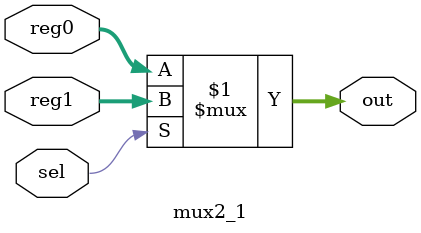
<source format=v>
module mux2_1(sel, reg0, reg1, out);

	input sel;
	input [31:0] reg0, reg1;
	output [31:0] out;
		
	assign out = sel ? reg1 : reg0;

endmodule
</source>
